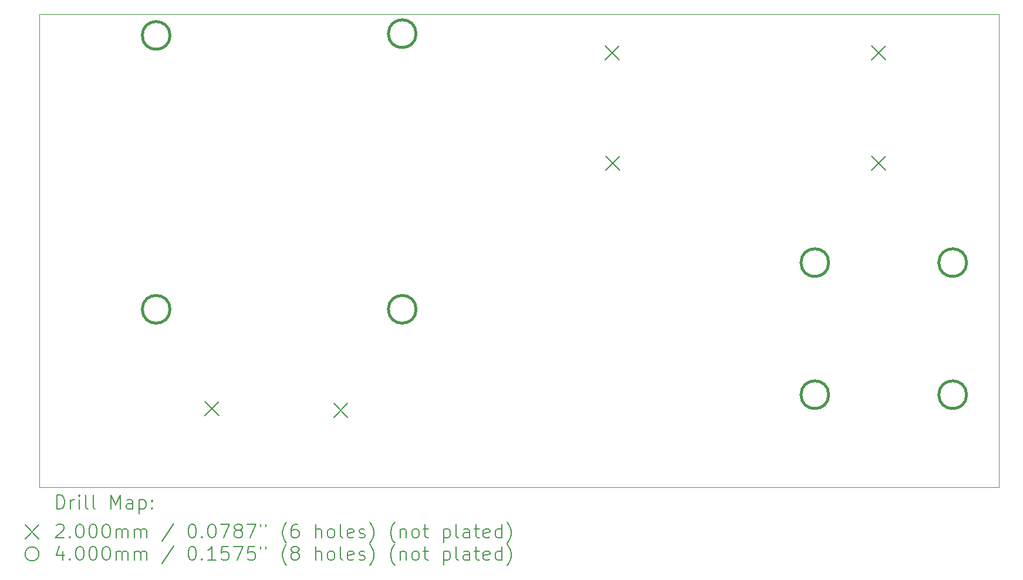
<source format=gbr>
%TF.GenerationSoftware,KiCad,Pcbnew,(6.0.9)*%
%TF.CreationDate,2023-02-06T21:35:50-05:00*%
%TF.ProjectId,rrc_pcb,7272635f-7063-4622-9e6b-696361645f70,rev?*%
%TF.SameCoordinates,Original*%
%TF.FileFunction,Drillmap*%
%TF.FilePolarity,Positive*%
%FSLAX45Y45*%
G04 Gerber Fmt 4.5, Leading zero omitted, Abs format (unit mm)*
G04 Created by KiCad (PCBNEW (6.0.9)) date 2023-02-06 21:35:50*
%MOMM*%
%LPD*%
G01*
G04 APERTURE LIST*
%ADD10C,0.050000*%
%ADD11C,0.200000*%
%ADD12C,0.400000*%
G04 APERTURE END LIST*
D10*
X4191000Y-2065671D02*
X18034000Y-2065671D01*
X18034000Y-2065671D02*
X18034000Y-8890000D01*
X18034000Y-8890000D02*
X4191000Y-8890000D01*
X4191000Y-8890000D02*
X4191000Y-2065671D01*
D11*
X6583633Y-7657465D02*
X6783633Y-7857465D01*
X6783633Y-7657465D02*
X6583633Y-7857465D01*
X8441688Y-7682956D02*
X8641688Y-7882956D01*
X8641688Y-7682956D02*
X8441688Y-7882956D01*
X12357322Y-2523500D02*
X12557322Y-2723500D01*
X12557322Y-2523500D02*
X12357322Y-2723500D01*
X12365000Y-4115500D02*
X12565000Y-4315500D01*
X12565000Y-4115500D02*
X12365000Y-4315500D01*
X16201000Y-2523500D02*
X16401000Y-2723500D01*
X16401000Y-2523500D02*
X16201000Y-2723500D01*
X16201000Y-4115500D02*
X16401000Y-4315500D01*
X16401000Y-4115500D02*
X16201000Y-4315500D01*
D12*
X6079363Y-2374242D02*
G75*
G03*
X6079363Y-2374242I-200000J0D01*
G01*
X6079363Y-6324242D02*
G75*
G03*
X6079363Y-6324242I-200000J0D01*
G01*
X9629363Y-2349242D02*
G75*
G03*
X9629363Y-2349242I-200000J0D01*
G01*
X9629363Y-6324242D02*
G75*
G03*
X9629363Y-6324242I-200000J0D01*
G01*
X15581552Y-5651214D02*
G75*
G03*
X15581552Y-5651214I-200000J0D01*
G01*
X15581552Y-7556214D02*
G75*
G03*
X15581552Y-7556214I-200000J0D01*
G01*
X17570061Y-5651214D02*
G75*
G03*
X17570061Y-5651214I-200000J0D01*
G01*
X17570061Y-7556214D02*
G75*
G03*
X17570061Y-7556214I-200000J0D01*
G01*
D11*
X4446119Y-9202976D02*
X4446119Y-9002976D01*
X4493738Y-9002976D01*
X4522310Y-9012500D01*
X4541357Y-9031548D01*
X4550881Y-9050595D01*
X4560405Y-9088690D01*
X4560405Y-9117262D01*
X4550881Y-9155357D01*
X4541357Y-9174405D01*
X4522310Y-9193452D01*
X4493738Y-9202976D01*
X4446119Y-9202976D01*
X4646119Y-9202976D02*
X4646119Y-9069643D01*
X4646119Y-9107738D02*
X4655643Y-9088690D01*
X4665167Y-9079167D01*
X4684214Y-9069643D01*
X4703262Y-9069643D01*
X4769929Y-9202976D02*
X4769929Y-9069643D01*
X4769929Y-9002976D02*
X4760405Y-9012500D01*
X4769929Y-9022024D01*
X4779452Y-9012500D01*
X4769929Y-9002976D01*
X4769929Y-9022024D01*
X4893738Y-9202976D02*
X4874690Y-9193452D01*
X4865167Y-9174405D01*
X4865167Y-9002976D01*
X4998500Y-9202976D02*
X4979452Y-9193452D01*
X4969929Y-9174405D01*
X4969929Y-9002976D01*
X5227071Y-9202976D02*
X5227071Y-9002976D01*
X5293738Y-9145833D01*
X5360405Y-9002976D01*
X5360405Y-9202976D01*
X5541357Y-9202976D02*
X5541357Y-9098214D01*
X5531833Y-9079167D01*
X5512786Y-9069643D01*
X5474690Y-9069643D01*
X5455643Y-9079167D01*
X5541357Y-9193452D02*
X5522310Y-9202976D01*
X5474690Y-9202976D01*
X5455643Y-9193452D01*
X5446119Y-9174405D01*
X5446119Y-9155357D01*
X5455643Y-9136310D01*
X5474690Y-9126786D01*
X5522310Y-9126786D01*
X5541357Y-9117262D01*
X5636595Y-9069643D02*
X5636595Y-9269643D01*
X5636595Y-9079167D02*
X5655643Y-9069643D01*
X5693738Y-9069643D01*
X5712786Y-9079167D01*
X5722309Y-9088690D01*
X5731833Y-9107738D01*
X5731833Y-9164881D01*
X5722309Y-9183929D01*
X5712786Y-9193452D01*
X5693738Y-9202976D01*
X5655643Y-9202976D01*
X5636595Y-9193452D01*
X5817548Y-9183929D02*
X5827071Y-9193452D01*
X5817548Y-9202976D01*
X5808024Y-9193452D01*
X5817548Y-9183929D01*
X5817548Y-9202976D01*
X5817548Y-9079167D02*
X5827071Y-9088690D01*
X5817548Y-9098214D01*
X5808024Y-9088690D01*
X5817548Y-9079167D01*
X5817548Y-9098214D01*
X3988500Y-9432500D02*
X4188500Y-9632500D01*
X4188500Y-9432500D02*
X3988500Y-9632500D01*
X4436595Y-9442024D02*
X4446119Y-9432500D01*
X4465167Y-9422976D01*
X4512786Y-9422976D01*
X4531833Y-9432500D01*
X4541357Y-9442024D01*
X4550881Y-9461071D01*
X4550881Y-9480119D01*
X4541357Y-9508690D01*
X4427071Y-9622976D01*
X4550881Y-9622976D01*
X4636595Y-9603929D02*
X4646119Y-9613452D01*
X4636595Y-9622976D01*
X4627071Y-9613452D01*
X4636595Y-9603929D01*
X4636595Y-9622976D01*
X4769929Y-9422976D02*
X4788976Y-9422976D01*
X4808024Y-9432500D01*
X4817548Y-9442024D01*
X4827071Y-9461071D01*
X4836595Y-9499167D01*
X4836595Y-9546786D01*
X4827071Y-9584881D01*
X4817548Y-9603929D01*
X4808024Y-9613452D01*
X4788976Y-9622976D01*
X4769929Y-9622976D01*
X4750881Y-9613452D01*
X4741357Y-9603929D01*
X4731833Y-9584881D01*
X4722310Y-9546786D01*
X4722310Y-9499167D01*
X4731833Y-9461071D01*
X4741357Y-9442024D01*
X4750881Y-9432500D01*
X4769929Y-9422976D01*
X4960405Y-9422976D02*
X4979452Y-9422976D01*
X4998500Y-9432500D01*
X5008024Y-9442024D01*
X5017548Y-9461071D01*
X5027071Y-9499167D01*
X5027071Y-9546786D01*
X5017548Y-9584881D01*
X5008024Y-9603929D01*
X4998500Y-9613452D01*
X4979452Y-9622976D01*
X4960405Y-9622976D01*
X4941357Y-9613452D01*
X4931833Y-9603929D01*
X4922310Y-9584881D01*
X4912786Y-9546786D01*
X4912786Y-9499167D01*
X4922310Y-9461071D01*
X4931833Y-9442024D01*
X4941357Y-9432500D01*
X4960405Y-9422976D01*
X5150881Y-9422976D02*
X5169929Y-9422976D01*
X5188976Y-9432500D01*
X5198500Y-9442024D01*
X5208024Y-9461071D01*
X5217548Y-9499167D01*
X5217548Y-9546786D01*
X5208024Y-9584881D01*
X5198500Y-9603929D01*
X5188976Y-9613452D01*
X5169929Y-9622976D01*
X5150881Y-9622976D01*
X5131833Y-9613452D01*
X5122310Y-9603929D01*
X5112786Y-9584881D01*
X5103262Y-9546786D01*
X5103262Y-9499167D01*
X5112786Y-9461071D01*
X5122310Y-9442024D01*
X5131833Y-9432500D01*
X5150881Y-9422976D01*
X5303262Y-9622976D02*
X5303262Y-9489643D01*
X5303262Y-9508690D02*
X5312786Y-9499167D01*
X5331833Y-9489643D01*
X5360405Y-9489643D01*
X5379452Y-9499167D01*
X5388976Y-9518214D01*
X5388976Y-9622976D01*
X5388976Y-9518214D02*
X5398500Y-9499167D01*
X5417548Y-9489643D01*
X5446119Y-9489643D01*
X5465167Y-9499167D01*
X5474690Y-9518214D01*
X5474690Y-9622976D01*
X5569929Y-9622976D02*
X5569929Y-9489643D01*
X5569929Y-9508690D02*
X5579452Y-9499167D01*
X5598500Y-9489643D01*
X5627071Y-9489643D01*
X5646119Y-9499167D01*
X5655643Y-9518214D01*
X5655643Y-9622976D01*
X5655643Y-9518214D02*
X5665167Y-9499167D01*
X5684214Y-9489643D01*
X5712786Y-9489643D01*
X5731833Y-9499167D01*
X5741357Y-9518214D01*
X5741357Y-9622976D01*
X6131833Y-9413452D02*
X5960405Y-9670595D01*
X6388976Y-9422976D02*
X6408024Y-9422976D01*
X6427071Y-9432500D01*
X6436595Y-9442024D01*
X6446119Y-9461071D01*
X6455643Y-9499167D01*
X6455643Y-9546786D01*
X6446119Y-9584881D01*
X6436595Y-9603929D01*
X6427071Y-9613452D01*
X6408024Y-9622976D01*
X6388976Y-9622976D01*
X6369928Y-9613452D01*
X6360405Y-9603929D01*
X6350881Y-9584881D01*
X6341357Y-9546786D01*
X6341357Y-9499167D01*
X6350881Y-9461071D01*
X6360405Y-9442024D01*
X6369928Y-9432500D01*
X6388976Y-9422976D01*
X6541357Y-9603929D02*
X6550881Y-9613452D01*
X6541357Y-9622976D01*
X6531833Y-9613452D01*
X6541357Y-9603929D01*
X6541357Y-9622976D01*
X6674690Y-9422976D02*
X6693738Y-9422976D01*
X6712786Y-9432500D01*
X6722309Y-9442024D01*
X6731833Y-9461071D01*
X6741357Y-9499167D01*
X6741357Y-9546786D01*
X6731833Y-9584881D01*
X6722309Y-9603929D01*
X6712786Y-9613452D01*
X6693738Y-9622976D01*
X6674690Y-9622976D01*
X6655643Y-9613452D01*
X6646119Y-9603929D01*
X6636595Y-9584881D01*
X6627071Y-9546786D01*
X6627071Y-9499167D01*
X6636595Y-9461071D01*
X6646119Y-9442024D01*
X6655643Y-9432500D01*
X6674690Y-9422976D01*
X6808024Y-9422976D02*
X6941357Y-9422976D01*
X6855643Y-9622976D01*
X7046119Y-9508690D02*
X7027071Y-9499167D01*
X7017548Y-9489643D01*
X7008024Y-9470595D01*
X7008024Y-9461071D01*
X7017548Y-9442024D01*
X7027071Y-9432500D01*
X7046119Y-9422976D01*
X7084214Y-9422976D01*
X7103262Y-9432500D01*
X7112786Y-9442024D01*
X7122309Y-9461071D01*
X7122309Y-9470595D01*
X7112786Y-9489643D01*
X7103262Y-9499167D01*
X7084214Y-9508690D01*
X7046119Y-9508690D01*
X7027071Y-9518214D01*
X7017548Y-9527738D01*
X7008024Y-9546786D01*
X7008024Y-9584881D01*
X7017548Y-9603929D01*
X7027071Y-9613452D01*
X7046119Y-9622976D01*
X7084214Y-9622976D01*
X7103262Y-9613452D01*
X7112786Y-9603929D01*
X7122309Y-9584881D01*
X7122309Y-9546786D01*
X7112786Y-9527738D01*
X7103262Y-9518214D01*
X7084214Y-9508690D01*
X7188976Y-9422976D02*
X7322309Y-9422976D01*
X7236595Y-9622976D01*
X7388976Y-9422976D02*
X7388976Y-9461071D01*
X7465167Y-9422976D02*
X7465167Y-9461071D01*
X7760405Y-9699167D02*
X7750881Y-9689643D01*
X7731833Y-9661071D01*
X7722309Y-9642024D01*
X7712786Y-9613452D01*
X7703262Y-9565833D01*
X7703262Y-9527738D01*
X7712786Y-9480119D01*
X7722309Y-9451548D01*
X7731833Y-9432500D01*
X7750881Y-9403929D01*
X7760405Y-9394405D01*
X7922309Y-9422976D02*
X7884214Y-9422976D01*
X7865167Y-9432500D01*
X7855643Y-9442024D01*
X7836595Y-9470595D01*
X7827071Y-9508690D01*
X7827071Y-9584881D01*
X7836595Y-9603929D01*
X7846119Y-9613452D01*
X7865167Y-9622976D01*
X7903262Y-9622976D01*
X7922309Y-9613452D01*
X7931833Y-9603929D01*
X7941357Y-9584881D01*
X7941357Y-9537262D01*
X7931833Y-9518214D01*
X7922309Y-9508690D01*
X7903262Y-9499167D01*
X7865167Y-9499167D01*
X7846119Y-9508690D01*
X7836595Y-9518214D01*
X7827071Y-9537262D01*
X8179452Y-9622976D02*
X8179452Y-9422976D01*
X8265167Y-9622976D02*
X8265167Y-9518214D01*
X8255643Y-9499167D01*
X8236595Y-9489643D01*
X8208024Y-9489643D01*
X8188976Y-9499167D01*
X8179452Y-9508690D01*
X8388976Y-9622976D02*
X8369928Y-9613452D01*
X8360405Y-9603929D01*
X8350881Y-9584881D01*
X8350881Y-9527738D01*
X8360405Y-9508690D01*
X8369928Y-9499167D01*
X8388976Y-9489643D01*
X8417548Y-9489643D01*
X8436595Y-9499167D01*
X8446119Y-9508690D01*
X8455643Y-9527738D01*
X8455643Y-9584881D01*
X8446119Y-9603929D01*
X8436595Y-9613452D01*
X8417548Y-9622976D01*
X8388976Y-9622976D01*
X8569929Y-9622976D02*
X8550881Y-9613452D01*
X8541357Y-9594405D01*
X8541357Y-9422976D01*
X8722310Y-9613452D02*
X8703262Y-9622976D01*
X8665167Y-9622976D01*
X8646119Y-9613452D01*
X8636595Y-9594405D01*
X8636595Y-9518214D01*
X8646119Y-9499167D01*
X8665167Y-9489643D01*
X8703262Y-9489643D01*
X8722310Y-9499167D01*
X8731833Y-9518214D01*
X8731833Y-9537262D01*
X8636595Y-9556310D01*
X8808024Y-9613452D02*
X8827071Y-9622976D01*
X8865167Y-9622976D01*
X8884214Y-9613452D01*
X8893738Y-9594405D01*
X8893738Y-9584881D01*
X8884214Y-9565833D01*
X8865167Y-9556310D01*
X8836595Y-9556310D01*
X8817548Y-9546786D01*
X8808024Y-9527738D01*
X8808024Y-9518214D01*
X8817548Y-9499167D01*
X8836595Y-9489643D01*
X8865167Y-9489643D01*
X8884214Y-9499167D01*
X8960405Y-9699167D02*
X8969929Y-9689643D01*
X8988976Y-9661071D01*
X8998500Y-9642024D01*
X9008024Y-9613452D01*
X9017548Y-9565833D01*
X9017548Y-9527738D01*
X9008024Y-9480119D01*
X8998500Y-9451548D01*
X8988976Y-9432500D01*
X8969929Y-9403929D01*
X8960405Y-9394405D01*
X9322310Y-9699167D02*
X9312786Y-9689643D01*
X9293738Y-9661071D01*
X9284214Y-9642024D01*
X9274690Y-9613452D01*
X9265167Y-9565833D01*
X9265167Y-9527738D01*
X9274690Y-9480119D01*
X9284214Y-9451548D01*
X9293738Y-9432500D01*
X9312786Y-9403929D01*
X9322310Y-9394405D01*
X9398500Y-9489643D02*
X9398500Y-9622976D01*
X9398500Y-9508690D02*
X9408024Y-9499167D01*
X9427071Y-9489643D01*
X9455643Y-9489643D01*
X9474690Y-9499167D01*
X9484214Y-9518214D01*
X9484214Y-9622976D01*
X9608024Y-9622976D02*
X9588976Y-9613452D01*
X9579452Y-9603929D01*
X9569929Y-9584881D01*
X9569929Y-9527738D01*
X9579452Y-9508690D01*
X9588976Y-9499167D01*
X9608024Y-9489643D01*
X9636595Y-9489643D01*
X9655643Y-9499167D01*
X9665167Y-9508690D01*
X9674690Y-9527738D01*
X9674690Y-9584881D01*
X9665167Y-9603929D01*
X9655643Y-9613452D01*
X9636595Y-9622976D01*
X9608024Y-9622976D01*
X9731833Y-9489643D02*
X9808024Y-9489643D01*
X9760405Y-9422976D02*
X9760405Y-9594405D01*
X9769929Y-9613452D01*
X9788976Y-9622976D01*
X9808024Y-9622976D01*
X10027071Y-9489643D02*
X10027071Y-9689643D01*
X10027071Y-9499167D02*
X10046119Y-9489643D01*
X10084214Y-9489643D01*
X10103262Y-9499167D01*
X10112786Y-9508690D01*
X10122310Y-9527738D01*
X10122310Y-9584881D01*
X10112786Y-9603929D01*
X10103262Y-9613452D01*
X10084214Y-9622976D01*
X10046119Y-9622976D01*
X10027071Y-9613452D01*
X10236595Y-9622976D02*
X10217548Y-9613452D01*
X10208024Y-9594405D01*
X10208024Y-9422976D01*
X10398500Y-9622976D02*
X10398500Y-9518214D01*
X10388976Y-9499167D01*
X10369929Y-9489643D01*
X10331833Y-9489643D01*
X10312786Y-9499167D01*
X10398500Y-9613452D02*
X10379452Y-9622976D01*
X10331833Y-9622976D01*
X10312786Y-9613452D01*
X10303262Y-9594405D01*
X10303262Y-9575357D01*
X10312786Y-9556310D01*
X10331833Y-9546786D01*
X10379452Y-9546786D01*
X10398500Y-9537262D01*
X10465167Y-9489643D02*
X10541357Y-9489643D01*
X10493738Y-9422976D02*
X10493738Y-9594405D01*
X10503262Y-9613452D01*
X10522310Y-9622976D01*
X10541357Y-9622976D01*
X10684214Y-9613452D02*
X10665167Y-9622976D01*
X10627071Y-9622976D01*
X10608024Y-9613452D01*
X10598500Y-9594405D01*
X10598500Y-9518214D01*
X10608024Y-9499167D01*
X10627071Y-9489643D01*
X10665167Y-9489643D01*
X10684214Y-9499167D01*
X10693738Y-9518214D01*
X10693738Y-9537262D01*
X10598500Y-9556310D01*
X10865167Y-9622976D02*
X10865167Y-9422976D01*
X10865167Y-9613452D02*
X10846119Y-9622976D01*
X10808024Y-9622976D01*
X10788976Y-9613452D01*
X10779452Y-9603929D01*
X10769929Y-9584881D01*
X10769929Y-9527738D01*
X10779452Y-9508690D01*
X10788976Y-9499167D01*
X10808024Y-9489643D01*
X10846119Y-9489643D01*
X10865167Y-9499167D01*
X10941357Y-9699167D02*
X10950881Y-9689643D01*
X10969929Y-9661071D01*
X10979452Y-9642024D01*
X10988976Y-9613452D01*
X10998500Y-9565833D01*
X10998500Y-9527738D01*
X10988976Y-9480119D01*
X10979452Y-9451548D01*
X10969929Y-9432500D01*
X10950881Y-9403929D01*
X10941357Y-9394405D01*
X4188500Y-9852500D02*
G75*
G03*
X4188500Y-9852500I-100000J0D01*
G01*
X4531833Y-9809643D02*
X4531833Y-9942976D01*
X4484214Y-9733452D02*
X4436595Y-9876310D01*
X4560405Y-9876310D01*
X4636595Y-9923929D02*
X4646119Y-9933452D01*
X4636595Y-9942976D01*
X4627071Y-9933452D01*
X4636595Y-9923929D01*
X4636595Y-9942976D01*
X4769929Y-9742976D02*
X4788976Y-9742976D01*
X4808024Y-9752500D01*
X4817548Y-9762024D01*
X4827071Y-9781071D01*
X4836595Y-9819167D01*
X4836595Y-9866786D01*
X4827071Y-9904881D01*
X4817548Y-9923929D01*
X4808024Y-9933452D01*
X4788976Y-9942976D01*
X4769929Y-9942976D01*
X4750881Y-9933452D01*
X4741357Y-9923929D01*
X4731833Y-9904881D01*
X4722310Y-9866786D01*
X4722310Y-9819167D01*
X4731833Y-9781071D01*
X4741357Y-9762024D01*
X4750881Y-9752500D01*
X4769929Y-9742976D01*
X4960405Y-9742976D02*
X4979452Y-9742976D01*
X4998500Y-9752500D01*
X5008024Y-9762024D01*
X5017548Y-9781071D01*
X5027071Y-9819167D01*
X5027071Y-9866786D01*
X5017548Y-9904881D01*
X5008024Y-9923929D01*
X4998500Y-9933452D01*
X4979452Y-9942976D01*
X4960405Y-9942976D01*
X4941357Y-9933452D01*
X4931833Y-9923929D01*
X4922310Y-9904881D01*
X4912786Y-9866786D01*
X4912786Y-9819167D01*
X4922310Y-9781071D01*
X4931833Y-9762024D01*
X4941357Y-9752500D01*
X4960405Y-9742976D01*
X5150881Y-9742976D02*
X5169929Y-9742976D01*
X5188976Y-9752500D01*
X5198500Y-9762024D01*
X5208024Y-9781071D01*
X5217548Y-9819167D01*
X5217548Y-9866786D01*
X5208024Y-9904881D01*
X5198500Y-9923929D01*
X5188976Y-9933452D01*
X5169929Y-9942976D01*
X5150881Y-9942976D01*
X5131833Y-9933452D01*
X5122310Y-9923929D01*
X5112786Y-9904881D01*
X5103262Y-9866786D01*
X5103262Y-9819167D01*
X5112786Y-9781071D01*
X5122310Y-9762024D01*
X5131833Y-9752500D01*
X5150881Y-9742976D01*
X5303262Y-9942976D02*
X5303262Y-9809643D01*
X5303262Y-9828690D02*
X5312786Y-9819167D01*
X5331833Y-9809643D01*
X5360405Y-9809643D01*
X5379452Y-9819167D01*
X5388976Y-9838214D01*
X5388976Y-9942976D01*
X5388976Y-9838214D02*
X5398500Y-9819167D01*
X5417548Y-9809643D01*
X5446119Y-9809643D01*
X5465167Y-9819167D01*
X5474690Y-9838214D01*
X5474690Y-9942976D01*
X5569929Y-9942976D02*
X5569929Y-9809643D01*
X5569929Y-9828690D02*
X5579452Y-9819167D01*
X5598500Y-9809643D01*
X5627071Y-9809643D01*
X5646119Y-9819167D01*
X5655643Y-9838214D01*
X5655643Y-9942976D01*
X5655643Y-9838214D02*
X5665167Y-9819167D01*
X5684214Y-9809643D01*
X5712786Y-9809643D01*
X5731833Y-9819167D01*
X5741357Y-9838214D01*
X5741357Y-9942976D01*
X6131833Y-9733452D02*
X5960405Y-9990595D01*
X6388976Y-9742976D02*
X6408024Y-9742976D01*
X6427071Y-9752500D01*
X6436595Y-9762024D01*
X6446119Y-9781071D01*
X6455643Y-9819167D01*
X6455643Y-9866786D01*
X6446119Y-9904881D01*
X6436595Y-9923929D01*
X6427071Y-9933452D01*
X6408024Y-9942976D01*
X6388976Y-9942976D01*
X6369928Y-9933452D01*
X6360405Y-9923929D01*
X6350881Y-9904881D01*
X6341357Y-9866786D01*
X6341357Y-9819167D01*
X6350881Y-9781071D01*
X6360405Y-9762024D01*
X6369928Y-9752500D01*
X6388976Y-9742976D01*
X6541357Y-9923929D02*
X6550881Y-9933452D01*
X6541357Y-9942976D01*
X6531833Y-9933452D01*
X6541357Y-9923929D01*
X6541357Y-9942976D01*
X6741357Y-9942976D02*
X6627071Y-9942976D01*
X6684214Y-9942976D02*
X6684214Y-9742976D01*
X6665167Y-9771548D01*
X6646119Y-9790595D01*
X6627071Y-9800119D01*
X6922309Y-9742976D02*
X6827071Y-9742976D01*
X6817548Y-9838214D01*
X6827071Y-9828690D01*
X6846119Y-9819167D01*
X6893738Y-9819167D01*
X6912786Y-9828690D01*
X6922309Y-9838214D01*
X6931833Y-9857262D01*
X6931833Y-9904881D01*
X6922309Y-9923929D01*
X6912786Y-9933452D01*
X6893738Y-9942976D01*
X6846119Y-9942976D01*
X6827071Y-9933452D01*
X6817548Y-9923929D01*
X6998500Y-9742976D02*
X7131833Y-9742976D01*
X7046119Y-9942976D01*
X7303262Y-9742976D02*
X7208024Y-9742976D01*
X7198500Y-9838214D01*
X7208024Y-9828690D01*
X7227071Y-9819167D01*
X7274690Y-9819167D01*
X7293738Y-9828690D01*
X7303262Y-9838214D01*
X7312786Y-9857262D01*
X7312786Y-9904881D01*
X7303262Y-9923929D01*
X7293738Y-9933452D01*
X7274690Y-9942976D01*
X7227071Y-9942976D01*
X7208024Y-9933452D01*
X7198500Y-9923929D01*
X7388976Y-9742976D02*
X7388976Y-9781071D01*
X7465167Y-9742976D02*
X7465167Y-9781071D01*
X7760405Y-10019167D02*
X7750881Y-10009643D01*
X7731833Y-9981071D01*
X7722309Y-9962024D01*
X7712786Y-9933452D01*
X7703262Y-9885833D01*
X7703262Y-9847738D01*
X7712786Y-9800119D01*
X7722309Y-9771548D01*
X7731833Y-9752500D01*
X7750881Y-9723929D01*
X7760405Y-9714405D01*
X7865167Y-9828690D02*
X7846119Y-9819167D01*
X7836595Y-9809643D01*
X7827071Y-9790595D01*
X7827071Y-9781071D01*
X7836595Y-9762024D01*
X7846119Y-9752500D01*
X7865167Y-9742976D01*
X7903262Y-9742976D01*
X7922309Y-9752500D01*
X7931833Y-9762024D01*
X7941357Y-9781071D01*
X7941357Y-9790595D01*
X7931833Y-9809643D01*
X7922309Y-9819167D01*
X7903262Y-9828690D01*
X7865167Y-9828690D01*
X7846119Y-9838214D01*
X7836595Y-9847738D01*
X7827071Y-9866786D01*
X7827071Y-9904881D01*
X7836595Y-9923929D01*
X7846119Y-9933452D01*
X7865167Y-9942976D01*
X7903262Y-9942976D01*
X7922309Y-9933452D01*
X7931833Y-9923929D01*
X7941357Y-9904881D01*
X7941357Y-9866786D01*
X7931833Y-9847738D01*
X7922309Y-9838214D01*
X7903262Y-9828690D01*
X8179452Y-9942976D02*
X8179452Y-9742976D01*
X8265167Y-9942976D02*
X8265167Y-9838214D01*
X8255643Y-9819167D01*
X8236595Y-9809643D01*
X8208024Y-9809643D01*
X8188976Y-9819167D01*
X8179452Y-9828690D01*
X8388976Y-9942976D02*
X8369928Y-9933452D01*
X8360405Y-9923929D01*
X8350881Y-9904881D01*
X8350881Y-9847738D01*
X8360405Y-9828690D01*
X8369928Y-9819167D01*
X8388976Y-9809643D01*
X8417548Y-9809643D01*
X8436595Y-9819167D01*
X8446119Y-9828690D01*
X8455643Y-9847738D01*
X8455643Y-9904881D01*
X8446119Y-9923929D01*
X8436595Y-9933452D01*
X8417548Y-9942976D01*
X8388976Y-9942976D01*
X8569929Y-9942976D02*
X8550881Y-9933452D01*
X8541357Y-9914405D01*
X8541357Y-9742976D01*
X8722310Y-9933452D02*
X8703262Y-9942976D01*
X8665167Y-9942976D01*
X8646119Y-9933452D01*
X8636595Y-9914405D01*
X8636595Y-9838214D01*
X8646119Y-9819167D01*
X8665167Y-9809643D01*
X8703262Y-9809643D01*
X8722310Y-9819167D01*
X8731833Y-9838214D01*
X8731833Y-9857262D01*
X8636595Y-9876310D01*
X8808024Y-9933452D02*
X8827071Y-9942976D01*
X8865167Y-9942976D01*
X8884214Y-9933452D01*
X8893738Y-9914405D01*
X8893738Y-9904881D01*
X8884214Y-9885833D01*
X8865167Y-9876310D01*
X8836595Y-9876310D01*
X8817548Y-9866786D01*
X8808024Y-9847738D01*
X8808024Y-9838214D01*
X8817548Y-9819167D01*
X8836595Y-9809643D01*
X8865167Y-9809643D01*
X8884214Y-9819167D01*
X8960405Y-10019167D02*
X8969929Y-10009643D01*
X8988976Y-9981071D01*
X8998500Y-9962024D01*
X9008024Y-9933452D01*
X9017548Y-9885833D01*
X9017548Y-9847738D01*
X9008024Y-9800119D01*
X8998500Y-9771548D01*
X8988976Y-9752500D01*
X8969929Y-9723929D01*
X8960405Y-9714405D01*
X9322310Y-10019167D02*
X9312786Y-10009643D01*
X9293738Y-9981071D01*
X9284214Y-9962024D01*
X9274690Y-9933452D01*
X9265167Y-9885833D01*
X9265167Y-9847738D01*
X9274690Y-9800119D01*
X9284214Y-9771548D01*
X9293738Y-9752500D01*
X9312786Y-9723929D01*
X9322310Y-9714405D01*
X9398500Y-9809643D02*
X9398500Y-9942976D01*
X9398500Y-9828690D02*
X9408024Y-9819167D01*
X9427071Y-9809643D01*
X9455643Y-9809643D01*
X9474690Y-9819167D01*
X9484214Y-9838214D01*
X9484214Y-9942976D01*
X9608024Y-9942976D02*
X9588976Y-9933452D01*
X9579452Y-9923929D01*
X9569929Y-9904881D01*
X9569929Y-9847738D01*
X9579452Y-9828690D01*
X9588976Y-9819167D01*
X9608024Y-9809643D01*
X9636595Y-9809643D01*
X9655643Y-9819167D01*
X9665167Y-9828690D01*
X9674690Y-9847738D01*
X9674690Y-9904881D01*
X9665167Y-9923929D01*
X9655643Y-9933452D01*
X9636595Y-9942976D01*
X9608024Y-9942976D01*
X9731833Y-9809643D02*
X9808024Y-9809643D01*
X9760405Y-9742976D02*
X9760405Y-9914405D01*
X9769929Y-9933452D01*
X9788976Y-9942976D01*
X9808024Y-9942976D01*
X10027071Y-9809643D02*
X10027071Y-10009643D01*
X10027071Y-9819167D02*
X10046119Y-9809643D01*
X10084214Y-9809643D01*
X10103262Y-9819167D01*
X10112786Y-9828690D01*
X10122310Y-9847738D01*
X10122310Y-9904881D01*
X10112786Y-9923929D01*
X10103262Y-9933452D01*
X10084214Y-9942976D01*
X10046119Y-9942976D01*
X10027071Y-9933452D01*
X10236595Y-9942976D02*
X10217548Y-9933452D01*
X10208024Y-9914405D01*
X10208024Y-9742976D01*
X10398500Y-9942976D02*
X10398500Y-9838214D01*
X10388976Y-9819167D01*
X10369929Y-9809643D01*
X10331833Y-9809643D01*
X10312786Y-9819167D01*
X10398500Y-9933452D02*
X10379452Y-9942976D01*
X10331833Y-9942976D01*
X10312786Y-9933452D01*
X10303262Y-9914405D01*
X10303262Y-9895357D01*
X10312786Y-9876310D01*
X10331833Y-9866786D01*
X10379452Y-9866786D01*
X10398500Y-9857262D01*
X10465167Y-9809643D02*
X10541357Y-9809643D01*
X10493738Y-9742976D02*
X10493738Y-9914405D01*
X10503262Y-9933452D01*
X10522310Y-9942976D01*
X10541357Y-9942976D01*
X10684214Y-9933452D02*
X10665167Y-9942976D01*
X10627071Y-9942976D01*
X10608024Y-9933452D01*
X10598500Y-9914405D01*
X10598500Y-9838214D01*
X10608024Y-9819167D01*
X10627071Y-9809643D01*
X10665167Y-9809643D01*
X10684214Y-9819167D01*
X10693738Y-9838214D01*
X10693738Y-9857262D01*
X10598500Y-9876310D01*
X10865167Y-9942976D02*
X10865167Y-9742976D01*
X10865167Y-9933452D02*
X10846119Y-9942976D01*
X10808024Y-9942976D01*
X10788976Y-9933452D01*
X10779452Y-9923929D01*
X10769929Y-9904881D01*
X10769929Y-9847738D01*
X10779452Y-9828690D01*
X10788976Y-9819167D01*
X10808024Y-9809643D01*
X10846119Y-9809643D01*
X10865167Y-9819167D01*
X10941357Y-10019167D02*
X10950881Y-10009643D01*
X10969929Y-9981071D01*
X10979452Y-9962024D01*
X10988976Y-9933452D01*
X10998500Y-9885833D01*
X10998500Y-9847738D01*
X10988976Y-9800119D01*
X10979452Y-9771548D01*
X10969929Y-9752500D01*
X10950881Y-9723929D01*
X10941357Y-9714405D01*
M02*

</source>
